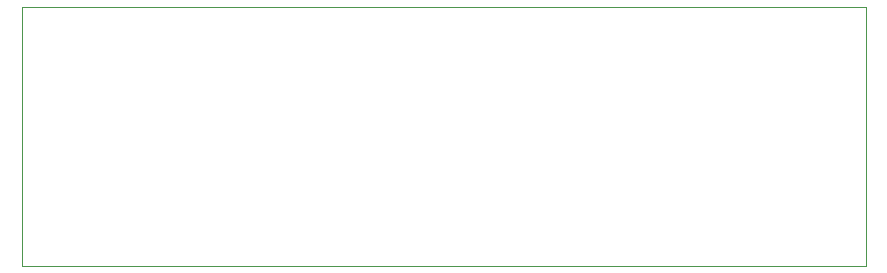
<source format=gbr>
G04 (created by PCBNEW (2013-may-18)-stable) date Wed Jun 29 16:48:40 2016*
%MOIN*%
G04 Gerber Fmt 3.4, Leading zero omitted, Abs format*
%FSLAX34Y34*%
G01*
G70*
G90*
G04 APERTURE LIST*
%ADD10C,0.00590551*%
%ADD11C,0.00393701*%
G04 APERTURE END LIST*
G54D10*
G54D11*
X8799Y-13661D02*
X8799Y-9862D01*
X36929Y-13641D02*
X36929Y-9468D01*
X27992Y-13661D02*
X36929Y-13661D01*
X27992Y-13661D02*
X8799Y-13661D01*
X8799Y-5019D02*
X36929Y-5019D01*
X8799Y-9862D02*
X8799Y-5019D01*
X36929Y-9488D02*
X36929Y-5019D01*
M02*

</source>
